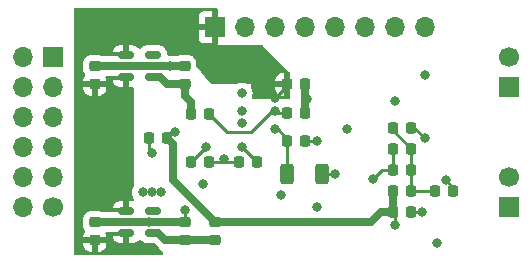
<source format=gbr>
%TF.GenerationSoftware,KiCad,Pcbnew,(6.0.0)*%
%TF.CreationDate,2022-01-10T21:54:34-05:00*%
%TF.ProjectId,ad74111_module,61643734-3131-4315-9f6d-6f64756c652e,rev?*%
%TF.SameCoordinates,Original*%
%TF.FileFunction,Copper,L4,Bot*%
%TF.FilePolarity,Positive*%
%FSLAX46Y46*%
G04 Gerber Fmt 4.6, Leading zero omitted, Abs format (unit mm)*
G04 Created by KiCad (PCBNEW (6.0.0)) date 2022-01-10 21:54:34*
%MOMM*%
%LPD*%
G01*
G04 APERTURE LIST*
G04 Aperture macros list*
%AMRoundRect*
0 Rectangle with rounded corners*
0 $1 Rounding radius*
0 $2 $3 $4 $5 $6 $7 $8 $9 X,Y pos of 4 corners*
0 Add a 4 corners polygon primitive as box body*
4,1,4,$2,$3,$4,$5,$6,$7,$8,$9,$2,$3,0*
0 Add four circle primitives for the rounded corners*
1,1,$1+$1,$2,$3*
1,1,$1+$1,$4,$5*
1,1,$1+$1,$6,$7*
1,1,$1+$1,$8,$9*
0 Add four rect primitives between the rounded corners*
20,1,$1+$1,$2,$3,$4,$5,0*
20,1,$1+$1,$4,$5,$6,$7,0*
20,1,$1+$1,$6,$7,$8,$9,0*
20,1,$1+$1,$8,$9,$2,$3,0*%
G04 Aperture macros list end*
%TA.AperFunction,ComponentPad*%
%ADD10R,1.700000X1.700000*%
%TD*%
%TA.AperFunction,ComponentPad*%
%ADD11O,1.700000X1.700000*%
%TD*%
%TA.AperFunction,ComponentPad*%
%ADD12C,1.700000*%
%TD*%
%TA.AperFunction,SMDPad,CuDef*%
%ADD13RoundRect,0.225000X0.250000X-0.225000X0.250000X0.225000X-0.250000X0.225000X-0.250000X-0.225000X0*%
%TD*%
%TA.AperFunction,SMDPad,CuDef*%
%ADD14RoundRect,0.225000X-0.225000X-0.250000X0.225000X-0.250000X0.225000X0.250000X-0.225000X0.250000X0*%
%TD*%
%TA.AperFunction,SMDPad,CuDef*%
%ADD15RoundRect,0.150000X-0.512500X-0.150000X0.512500X-0.150000X0.512500X0.150000X-0.512500X0.150000X0*%
%TD*%
%TA.AperFunction,SMDPad,CuDef*%
%ADD16RoundRect,0.225000X0.225000X0.250000X-0.225000X0.250000X-0.225000X-0.250000X0.225000X-0.250000X0*%
%TD*%
%TA.AperFunction,SMDPad,CuDef*%
%ADD17RoundRect,0.250000X-0.312500X-0.625000X0.312500X-0.625000X0.312500X0.625000X-0.312500X0.625000X0*%
%TD*%
%TA.AperFunction,SMDPad,CuDef*%
%ADD18RoundRect,0.225000X-0.250000X0.225000X-0.250000X-0.225000X0.250000X-0.225000X0.250000X0.225000X0*%
%TD*%
%TA.AperFunction,ViaPad*%
%ADD19C,0.800000*%
%TD*%
%TA.AperFunction,Conductor*%
%ADD20C,0.250000*%
%TD*%
%TA.AperFunction,Conductor*%
%ADD21C,0.254000*%
%TD*%
%TA.AperFunction,Conductor*%
%ADD22C,0.635000*%
%TD*%
G04 APERTURE END LIST*
D10*
%TO.P,P4,1,Pin_1*%
%TO.N,+3V3*%
X117602000Y-43942000D03*
D11*
%TO.P,P4,2,Pin_2*%
%TO.N,/mclk*%
X120142000Y-43942000D03*
%TO.P,P4,3,Pin_3*%
%TO.N,/dclk*%
X122682000Y-43942000D03*
%TO.P,P4,4,Pin_4*%
%TO.N,/din*%
X125222000Y-43942000D03*
%TO.P,P4,5,Pin_5*%
%TO.N,/dfs*%
X127762000Y-43942000D03*
%TO.P,P4,6,Pin_6*%
%TO.N,/dout*%
X130302000Y-43942000D03*
%TO.P,P4,7,Pin_7*%
%TO.N,/~{reset}*%
X132842000Y-43942000D03*
%TO.P,P4,8,Pin_8*%
%TO.N,GNDD*%
X135382000Y-43942000D03*
%TD*%
D10*
%TO.P,P2,1,Pin_1*%
%TO.N,Net-(P2-Pad1)*%
X103886000Y-46482000D03*
D11*
%TO.P,P2,2,Pin_2*%
%TO.N,Net-(P2-Pad2)*%
X103886000Y-49022000D03*
%TO.P,P2,3,Pin_3*%
%TO.N,Net-(P2-Pad3)*%
X103886000Y-51562000D03*
%TO.P,P2,4,Pin_4*%
%TO.N,Net-(P2-Pad4)*%
X103886000Y-54102000D03*
%TO.P,P2,5,Pin_5*%
%TO.N,GNDD*%
X103886000Y-56642000D03*
D12*
%TO.P,P2,6,Pin_6*%
%TO.N,/3v3_in*%
X103886000Y-59182000D03*
D11*
%TO.P,P2,7,Pin_7*%
%TO.N,Net-(P2-Pad7)*%
X101346000Y-46482000D03*
%TO.P,P2,8,Pin_8*%
%TO.N,unconnected-(P2-Pad8)*%
X101346000Y-49022000D03*
%TO.P,P2,9,Pin_9*%
%TO.N,unconnected-(P2-Pad9)*%
X101346000Y-51562000D03*
%TO.P,P2,10,Pin_10*%
%TO.N,Net-(P2-Pad10)*%
X101346000Y-54102000D03*
%TO.P,P2,11,Pin_11*%
%TO.N,GNDD*%
X101346000Y-56642000D03*
%TO.P,P2,12,Pin_12*%
%TO.N,/3v3_in*%
X101346000Y-59182000D03*
%TD*%
D10*
%TO.P,P1,1,Pin_1*%
%TO.N,/audio_in*%
X142494000Y-49022000D03*
D12*
%TO.P,P1,2,Pin_2*%
%TO.N,GNDA*%
X142494000Y-46482000D03*
%TD*%
D10*
%TO.P,P3,1,Pin_1*%
%TO.N,/audio_out*%
X142494000Y-59182000D03*
D12*
%TO.P,P3,2,Pin_2*%
%TO.N,GNDA*%
X142494000Y-56642000D03*
%TD*%
D13*
%TO.P,C11,1*%
%TO.N,Net-(C11-Pad1)*%
X115062000Y-48781000D03*
%TO.P,C11,2*%
%TO.N,GNDD*%
X115062000Y-47231000D03*
%TD*%
D14*
%TO.P,C12,1*%
%TO.N,+3V3*%
X123685000Y-48768000D03*
%TO.P,C12,2*%
%TO.N,GNDD*%
X125235000Y-48768000D03*
%TD*%
D15*
%TO.P,U2,1,IN*%
%TO.N,+3V3*%
X110114500Y-48194000D03*
%TO.P,U2,2,GND*%
%TO.N,GNDD*%
X110114500Y-47244000D03*
%TO.P,U2,3,EN*%
%TO.N,+3V3*%
X110114500Y-46294000D03*
%TO.P,U2,4,NC*%
%TO.N,unconnected-(U2-Pad4)*%
X112389500Y-46294000D03*
%TO.P,U2,5,OUT*%
%TO.N,Net-(C11-Pad1)*%
X112389500Y-48194000D03*
%TD*%
D14*
%TO.P,R16,1*%
%TO.N,/vbias*%
X136258000Y-57785000D03*
%TO.P,R16,2*%
%TO.N,GNDA*%
X137808000Y-57785000D03*
%TD*%
D16*
%TO.P,FB3,1*%
%TO.N,+2V5*%
X117107000Y-51308000D03*
%TO.P,FB3,2*%
%TO.N,Net-(C11-Pad1)*%
X115557000Y-51308000D03*
%TD*%
%TO.P,C14,1*%
%TO.N,/vbias*%
X134252000Y-56007000D03*
%TO.P,C14,2*%
%TO.N,GNDA*%
X132702000Y-56007000D03*
%TD*%
D14*
%TO.P,R15,1*%
%TO.N,VAA*%
X132702000Y-57785000D03*
%TO.P,R15,2*%
%TO.N,/vbias*%
X134252000Y-57785000D03*
%TD*%
D16*
%TO.P,C9,1*%
%TO.N,Net-(C9-Pad1)*%
X121171000Y-55372000D03*
%TO.P,C9,2*%
%TO.N,GNDA*%
X119621000Y-55372000D03*
%TD*%
D15*
%TO.P,U4,1,IN*%
%TO.N,+3V3*%
X110114500Y-61402000D03*
%TO.P,U4,2,GND*%
%TO.N,GNDA*%
X110114500Y-60452000D03*
%TO.P,U4,3,EN*%
%TO.N,+3V3*%
X110114500Y-59502000D03*
%TO.P,U4,4,NC*%
%TO.N,unconnected-(U4-Pad4)*%
X112389500Y-59502000D03*
%TO.P,U4,5,OUT*%
%TO.N,Net-(C19-Pad1)*%
X112389500Y-61402000D03*
%TD*%
D16*
%TO.P,C10,1*%
%TO.N,VAA*%
X113551000Y-53340000D03*
%TO.P,C10,2*%
%TO.N,GNDA*%
X112001000Y-53340000D03*
%TD*%
%TO.P,C18,1*%
%TO.N,/vbias*%
X134252000Y-54229000D03*
%TO.P,C18,2*%
%TO.N,GNDA*%
X132702000Y-54229000D03*
%TD*%
D13*
%TO.P,C15,1*%
%TO.N,+3V3*%
X107442000Y-61989000D03*
%TO.P,C15,2*%
%TO.N,GNDA*%
X107442000Y-60439000D03*
%TD*%
D17*
%TO.P,C17,1*%
%TO.N,Net-(C13-Pad1)*%
X123759500Y-56388000D03*
%TO.P,C17,2*%
%TO.N,GNDA*%
X126684500Y-56388000D03*
%TD*%
D13*
%TO.P,C8,1*%
%TO.N,+3V3*%
X107442000Y-48781000D03*
%TO.P,C8,2*%
%TO.N,GNDD*%
X107442000Y-47231000D03*
%TD*%
D14*
%TO.P,C7,1*%
%TO.N,Net-(C7-Pad1)*%
X115557000Y-55372000D03*
%TO.P,C7,2*%
%TO.N,GNDA*%
X117107000Y-55372000D03*
%TD*%
%TO.P,R4,1*%
%TO.N,/vbias*%
X132702000Y-52451000D03*
%TO.P,R4,2*%
%TO.N,Net-(C1-Pad2)*%
X134252000Y-52451000D03*
%TD*%
%TO.P,C20,1*%
%TO.N,VAA*%
X132702000Y-59563000D03*
%TO.P,C20,2*%
%TO.N,GNDA*%
X134252000Y-59563000D03*
%TD*%
%TO.P,C13,1*%
%TO.N,Net-(C13-Pad1)*%
X123685000Y-53594000D03*
%TO.P,C13,2*%
%TO.N,GNDA*%
X125235000Y-53594000D03*
%TD*%
D13*
%TO.P,C19,1*%
%TO.N,Net-(C19-Pad1)*%
X115062000Y-61989000D03*
%TO.P,C19,2*%
%TO.N,GNDA*%
X115062000Y-60439000D03*
%TD*%
D14*
%TO.P,C16,1*%
%TO.N,+2V5*%
X123685000Y-51181000D03*
%TO.P,C16,2*%
%TO.N,GNDD*%
X125235000Y-51181000D03*
%TD*%
D18*
%TO.P,FB4,1*%
%TO.N,VAA*%
X117602000Y-60439000D03*
%TO.P,FB4,2*%
%TO.N,Net-(C19-Pad1)*%
X117602000Y-61989000D03*
%TD*%
D19*
%TO.N,Net-(C1-Pad2)*%
X135369000Y-53353000D03*
%TO.N,GNDA*%
X130978811Y-56754378D03*
X128778000Y-52578000D03*
X136398000Y-62230000D03*
X119888000Y-52070000D03*
X137160000Y-56896000D03*
X112268000Y-57912000D03*
X127762000Y-56388000D03*
X135382000Y-48006000D03*
X118364000Y-55118000D03*
X112272299Y-54614299D03*
X112014000Y-60452000D03*
X123190000Y-58166000D03*
X115062000Y-59436000D03*
X132842000Y-50165000D03*
X116586000Y-57208500D03*
X111506000Y-57912000D03*
X126238000Y-53594000D03*
X135128000Y-59563000D03*
X126238000Y-59182000D03*
X113030000Y-57912000D03*
%TO.N,Net-(C7-Pad1)*%
X116840000Y-54102000D03*
%TO.N,Net-(C9-Pad1)*%
X119888000Y-54102000D03*
%TO.N,VAA*%
X114226619Y-52798822D03*
X132846299Y-60701701D03*
%TO.N,+3V3*%
X122682000Y-49911000D03*
X110490000Y-62738000D03*
X111252000Y-62738000D03*
X112014000Y-62738000D03*
%TO.N,GNDD*%
X119888000Y-51054000D03*
X125429500Y-50038000D03*
X113792000Y-47244000D03*
%TO.N,+2V5*%
X122682000Y-51054000D03*
%TO.N,Net-(C13-Pad1)*%
X122682000Y-52578000D03*
%TO.N,/mclk*%
X119900294Y-49542294D03*
%TD*%
D20*
%TO.N,Net-(C1-Pad2)*%
X135369000Y-53327000D02*
X135369000Y-53353000D01*
X134493000Y-52451000D02*
X135369000Y-53327000D01*
D21*
%TO.N,GNDA*%
X112001000Y-54343000D02*
X112001000Y-53340000D01*
X118364000Y-55372000D02*
X117107000Y-55372000D01*
X115062000Y-60439000D02*
X115062000Y-59436000D01*
X119621000Y-55372000D02*
X118364000Y-55372000D01*
D20*
X137808000Y-57544000D02*
X137160000Y-56896000D01*
X127762000Y-56388000D02*
X126684500Y-56388000D01*
X110114500Y-60452000D02*
X112014000Y-60452000D01*
D22*
X112014000Y-60452000D02*
X115048995Y-60452000D01*
D20*
X134252000Y-59563000D02*
X135128000Y-59563000D01*
X132702000Y-56007000D02*
X131726189Y-56007000D01*
D21*
X112272299Y-54614299D02*
X112001000Y-54343000D01*
D20*
X126238000Y-53594000D02*
X125489000Y-53594000D01*
D21*
X118364000Y-55372000D02*
X118364000Y-55118000D01*
D22*
X112014000Y-60452000D02*
X107455005Y-60452000D01*
D20*
X132702000Y-54229000D02*
X132702000Y-56007000D01*
X131726189Y-56007000D02*
X130978811Y-56754378D01*
D21*
%TO.N,Net-(C7-Pad1)*%
X116827000Y-54102000D02*
X115557000Y-55372000D01*
X116840000Y-54102000D02*
X116827000Y-54102000D01*
%TO.N,Net-(C9-Pad1)*%
X119901000Y-54102000D02*
X121171000Y-55372000D01*
X119888000Y-54102000D02*
X119901000Y-54102000D01*
%TO.N,VAA*%
X132846299Y-60701701D02*
X132846299Y-59707299D01*
D22*
X132702000Y-59563000D02*
X131699000Y-59563000D01*
X114059000Y-56896000D02*
X114046000Y-56896000D01*
X117602000Y-60439000D02*
X114059000Y-56896000D01*
X114046000Y-53835000D02*
X113551000Y-53340000D01*
X130810000Y-60452000D02*
X130797000Y-60439000D01*
X132702000Y-59563000D02*
X132702000Y-57785000D01*
X131699000Y-59563000D02*
X130810000Y-60452000D01*
X114046000Y-56896000D02*
X114046000Y-53835000D01*
X130797000Y-60439000D02*
X117602000Y-60439000D01*
D21*
X114226619Y-52798822D02*
X114092178Y-52798822D01*
X114092178Y-52798822D02*
X113551000Y-53340000D01*
D20*
%TO.N,+3V3*%
X122682000Y-49911000D02*
X123685000Y-48908000D01*
D22*
%TO.N,GNDD*%
X110114500Y-47244000D02*
X107455000Y-47244000D01*
D21*
X113792000Y-47244000D02*
X115049000Y-47244000D01*
D22*
X125235000Y-50232500D02*
X125429500Y-50038000D01*
X110114500Y-47244000D02*
X115049000Y-47244000D01*
X125235000Y-48768000D02*
X125235000Y-51181000D01*
%TO.N,Net-(C11-Pad1)*%
X113551000Y-48781000D02*
X115062000Y-48781000D01*
X112964000Y-48194000D02*
X113551000Y-48781000D01*
X112389500Y-48194000D02*
X112964000Y-48194000D01*
X115062000Y-49784000D02*
X115062000Y-48781000D01*
X115557000Y-51308000D02*
X115557000Y-50279000D01*
X115557000Y-50279000D02*
X115062000Y-49784000D01*
D20*
%TO.N,+2V5*%
X122428000Y-51054000D02*
X120650000Y-52832000D01*
X118631000Y-52832000D02*
X117107000Y-51308000D01*
X120650000Y-52832000D02*
X118631000Y-52832000D01*
X122809000Y-51181000D02*
X123685000Y-51181000D01*
X122682000Y-51054000D02*
X122428000Y-51054000D01*
X122682000Y-51054000D02*
X122809000Y-51181000D01*
%TO.N,Net-(C13-Pad1)*%
X123759500Y-53414500D02*
X123759500Y-55626000D01*
X122682000Y-52578000D02*
X122923000Y-52578000D01*
X122923000Y-52578000D02*
X123759500Y-53414500D01*
D22*
%TO.N,Net-(C19-Pad1)*%
X112837011Y-61402011D02*
X112710011Y-61402011D01*
X113424005Y-61989005D02*
X112837011Y-61402011D01*
X117601995Y-61989005D02*
X113424005Y-61989005D01*
D20*
%TO.N,/vbias*%
X132702000Y-52679000D02*
X134252000Y-54229000D01*
X134252000Y-54229000D02*
X134252000Y-56007000D01*
X134252000Y-56007000D02*
X134252000Y-57785000D01*
X136258000Y-57785000D02*
X134252000Y-57785000D01*
%TD*%
%TA.AperFunction,Conductor*%
%TO.N,+3V3*%
G36*
X117798121Y-42311002D02*
G01*
X117844614Y-42364658D01*
X117856000Y-42417000D01*
X117856000Y-45466000D01*
X121613810Y-45466000D01*
X121681931Y-45486002D01*
X121702905Y-45502905D01*
X123902095Y-47702095D01*
X123936121Y-47764407D01*
X123939000Y-47791190D01*
X123939000Y-49732885D01*
X123946896Y-49759776D01*
X123952000Y-49795274D01*
X123952000Y-49912000D01*
X123931998Y-49980121D01*
X123878342Y-50026614D01*
X123826000Y-50038000D01*
X120867906Y-50038000D01*
X120799785Y-50017998D01*
X120753292Y-49964342D01*
X120743188Y-49894068D01*
X120748071Y-49873070D01*
X120793836Y-49732222D01*
X120796868Y-49703380D01*
X120813108Y-49548859D01*
X120813798Y-49542294D01*
X120806155Y-49469574D01*
X120794526Y-49358929D01*
X120794526Y-49358927D01*
X120793836Y-49352366D01*
X120734821Y-49170738D01*
X120729884Y-49162186D01*
X120672871Y-49063438D01*
X122727000Y-49063438D01*
X122727337Y-49069953D01*
X122736894Y-49162057D01*
X122739788Y-49175456D01*
X122789381Y-49324107D01*
X122795555Y-49337286D01*
X122877788Y-49470173D01*
X122886824Y-49481574D01*
X122997429Y-49591986D01*
X123008840Y-49600998D01*
X123141880Y-49683004D01*
X123155061Y-49689151D01*
X123303814Y-49738491D01*
X123317190Y-49741358D01*
X123408097Y-49750672D01*
X123413126Y-49750929D01*
X123428124Y-49746525D01*
X123429329Y-49745135D01*
X123431000Y-49737452D01*
X123431000Y-49040115D01*
X123426525Y-49024876D01*
X123425135Y-49023671D01*
X123417452Y-49022000D01*
X122745115Y-49022000D01*
X122729876Y-49026475D01*
X122728671Y-49027865D01*
X122727000Y-49035548D01*
X122727000Y-49063438D01*
X120672871Y-49063438D01*
X120669704Y-49057953D01*
X120666881Y-49053062D01*
X120650000Y-48990063D01*
X120650000Y-48768000D01*
X120418567Y-48768000D01*
X120357784Y-48751712D01*
X120357046Y-48751176D01*
X120351017Y-48748492D01*
X120351014Y-48748490D01*
X120188613Y-48676185D01*
X120188612Y-48676185D01*
X120182582Y-48673500D01*
X120089182Y-48653647D01*
X120002238Y-48635166D01*
X120002233Y-48635166D01*
X119995781Y-48633794D01*
X119804807Y-48633794D01*
X119798355Y-48635166D01*
X119798350Y-48635166D01*
X119711406Y-48653647D01*
X119618006Y-48673500D01*
X119611976Y-48676185D01*
X119611975Y-48676185D01*
X119449574Y-48748490D01*
X119449571Y-48748492D01*
X119443542Y-48751176D01*
X119442804Y-48751712D01*
X119382021Y-48768000D01*
X117405952Y-48768000D01*
X117337831Y-48747998D01*
X117310286Y-48724000D01*
X117114759Y-48495885D01*
X122727000Y-48495885D01*
X122731475Y-48511124D01*
X122732865Y-48512329D01*
X122740548Y-48514000D01*
X123412885Y-48514000D01*
X123428124Y-48509525D01*
X123429329Y-48508135D01*
X123431000Y-48500452D01*
X123431000Y-47803115D01*
X123426525Y-47787876D01*
X123425135Y-47786671D01*
X123417452Y-47785000D01*
X123414562Y-47785000D01*
X123408047Y-47785337D01*
X123315943Y-47794894D01*
X123302544Y-47797788D01*
X123153893Y-47847381D01*
X123140714Y-47853555D01*
X123007827Y-47935788D01*
X122996426Y-47944824D01*
X122886014Y-48055429D01*
X122877002Y-48066840D01*
X122794996Y-48199880D01*
X122788849Y-48213061D01*
X122739509Y-48361814D01*
X122736642Y-48375190D01*
X122727328Y-48466097D01*
X122727000Y-48472514D01*
X122727000Y-48495885D01*
X117114759Y-48495885D01*
X116812850Y-48143658D01*
X116075833Y-47283806D01*
X116046688Y-47219068D01*
X116045500Y-47201807D01*
X116045500Y-46957268D01*
X116034887Y-46854981D01*
X116023304Y-46820263D01*
X115983073Y-46699676D01*
X115983072Y-46699674D01*
X115980756Y-46692732D01*
X115890752Y-46547287D01*
X115769702Y-46426448D01*
X115738325Y-46407107D01*
X115630331Y-46340538D01*
X115630329Y-46340537D01*
X115624101Y-46336698D01*
X115461757Y-46282851D01*
X115454920Y-46282151D01*
X115454918Y-46282150D01*
X115413599Y-46277917D01*
X115360732Y-46272500D01*
X114763268Y-46272500D01*
X114760022Y-46272837D01*
X114760018Y-46272837D01*
X114725917Y-46276375D01*
X114660981Y-46283113D01*
X114654440Y-46285295D01*
X114654441Y-46285295D01*
X114505676Y-46334927D01*
X114505674Y-46334928D01*
X114498732Y-46337244D01*
X114492508Y-46341096D01*
X114492507Y-46341096D01*
X114398703Y-46399144D01*
X114332400Y-46418000D01*
X114197188Y-46418000D01*
X114145939Y-46407107D01*
X114080319Y-46377891D01*
X114080318Y-46377891D01*
X114074288Y-46375206D01*
X113980887Y-46355353D01*
X113893944Y-46336872D01*
X113893939Y-46336872D01*
X113887487Y-46335500D01*
X113696513Y-46335500D01*
X113696513Y-46335283D01*
X113629839Y-46323094D01*
X113577989Y-46274595D01*
X113560500Y-46210553D01*
X113560500Y-46077498D01*
X113557562Y-46040169D01*
X113528528Y-45940231D01*
X113513357Y-45888012D01*
X113513356Y-45888010D01*
X113511145Y-45880399D01*
X113434515Y-45750825D01*
X113430491Y-45744020D01*
X113430489Y-45744017D01*
X113426453Y-45737193D01*
X113308807Y-45619547D01*
X113301983Y-45615511D01*
X113301980Y-45615509D01*
X113172427Y-45538892D01*
X113172428Y-45538892D01*
X113165601Y-45534855D01*
X113157990Y-45532644D01*
X113157988Y-45532643D01*
X113105769Y-45517472D01*
X113005831Y-45488438D01*
X112999426Y-45487934D01*
X112999421Y-45487933D01*
X112970958Y-45485693D01*
X112970950Y-45485693D01*
X112968502Y-45485500D01*
X111810498Y-45485500D01*
X111808050Y-45485693D01*
X111808042Y-45485693D01*
X111779579Y-45487933D01*
X111779574Y-45487934D01*
X111773169Y-45488438D01*
X111673231Y-45517472D01*
X111621012Y-45532643D01*
X111621010Y-45532644D01*
X111613399Y-45534855D01*
X111606572Y-45538892D01*
X111606573Y-45538892D01*
X111477020Y-45615509D01*
X111477017Y-45615511D01*
X111470193Y-45619547D01*
X111352547Y-45737193D01*
X111350107Y-45741319D01*
X111293680Y-45782066D01*
X111222788Y-45785914D01*
X111161069Y-45750825D01*
X111152123Y-45740500D01*
X111145448Y-45731895D01*
X111039104Y-45625551D01*
X111026678Y-45615911D01*
X110897221Y-45539352D01*
X110882790Y-45533107D01*
X110736935Y-45490731D01*
X110724333Y-45488430D01*
X110695916Y-45486193D01*
X110690986Y-45486000D01*
X110386615Y-45486000D01*
X110371376Y-45490475D01*
X110370171Y-45491865D01*
X110368500Y-45499548D01*
X110368500Y-46292000D01*
X110348498Y-46360121D01*
X110294842Y-46406614D01*
X110242500Y-46418000D01*
X108171711Y-46418000D01*
X108105595Y-46399260D01*
X108010331Y-46340538D01*
X108010329Y-46340537D01*
X108004101Y-46336698D01*
X107841757Y-46282851D01*
X107834920Y-46282151D01*
X107834918Y-46282150D01*
X107793599Y-46277917D01*
X107740732Y-46272500D01*
X107143268Y-46272500D01*
X107140022Y-46272837D01*
X107140018Y-46272837D01*
X107105917Y-46276375D01*
X107040981Y-46283113D01*
X107034440Y-46285295D01*
X107034441Y-46285295D01*
X106885676Y-46334927D01*
X106885674Y-46334928D01*
X106878732Y-46337244D01*
X106872508Y-46341096D01*
X106872507Y-46341096D01*
X106748232Y-46418000D01*
X106733287Y-46427248D01*
X106612448Y-46548298D01*
X106608608Y-46554528D01*
X106608607Y-46554529D01*
X106527255Y-46686507D01*
X106522698Y-46693899D01*
X106468851Y-46856243D01*
X106458500Y-46957268D01*
X106458500Y-47504732D01*
X106469113Y-47607019D01*
X106523244Y-47769268D01*
X106613248Y-47914713D01*
X106618430Y-47919886D01*
X106622977Y-47925623D01*
X106621170Y-47927055D01*
X106649902Y-47979575D01*
X106644892Y-48050395D01*
X106621501Y-48086853D01*
X106622552Y-48087683D01*
X106609002Y-48104840D01*
X106526996Y-48237880D01*
X106520849Y-48251061D01*
X106471509Y-48399814D01*
X106468642Y-48413190D01*
X106459328Y-48504097D01*
X106459071Y-48509126D01*
X106463475Y-48524124D01*
X106464865Y-48525329D01*
X106472548Y-48527000D01*
X108406885Y-48527000D01*
X108422124Y-48522525D01*
X108423329Y-48521135D01*
X108425000Y-48513452D01*
X108425000Y-48510562D01*
X108424663Y-48504047D01*
X108420079Y-48459871D01*
X108950456Y-48459871D01*
X108991107Y-48599790D01*
X108997352Y-48614221D01*
X109073911Y-48743678D01*
X109083551Y-48756104D01*
X109189896Y-48862449D01*
X109202322Y-48872089D01*
X109331779Y-48948648D01*
X109346210Y-48954893D01*
X109492065Y-48997269D01*
X109504667Y-48999570D01*
X109533084Y-49001807D01*
X109538014Y-49002000D01*
X109842385Y-49002000D01*
X109857624Y-48997525D01*
X109858829Y-48996135D01*
X109860500Y-48988452D01*
X109860500Y-48466115D01*
X109856025Y-48450876D01*
X109854635Y-48449671D01*
X109846952Y-48448000D01*
X108965122Y-48448000D01*
X108951591Y-48451973D01*
X108950456Y-48459871D01*
X108420079Y-48459871D01*
X108415106Y-48411943D01*
X108412212Y-48398544D01*
X108362619Y-48249894D01*
X108362415Y-48249458D01*
X108362365Y-48249131D01*
X108360301Y-48242945D01*
X108361359Y-48242592D01*
X108351627Y-48179285D01*
X108380488Y-48114420D01*
X108439837Y-48075456D01*
X108476513Y-48070000D01*
X110242500Y-48070000D01*
X110310621Y-48090002D01*
X110357114Y-48143658D01*
X110368500Y-48196000D01*
X110368500Y-48983884D01*
X110372975Y-48999123D01*
X110374365Y-49000328D01*
X110382048Y-49001999D01*
X110618000Y-49001999D01*
X110686121Y-49022001D01*
X110732614Y-49075657D01*
X110744000Y-49127999D01*
X110744000Y-57381063D01*
X110727119Y-57444062D01*
X110671473Y-57540444D01*
X110612458Y-57722072D01*
X110611768Y-57728633D01*
X110611768Y-57728635D01*
X110608416Y-57760526D01*
X110592496Y-57912000D01*
X110612458Y-58101928D01*
X110671473Y-58283556D01*
X110674776Y-58289278D01*
X110674777Y-58289279D01*
X110727119Y-58379937D01*
X110744000Y-58442937D01*
X110744000Y-58568000D01*
X110723998Y-58636121D01*
X110670342Y-58682614D01*
X110618000Y-58694000D01*
X110386615Y-58694000D01*
X110371376Y-58698475D01*
X110370171Y-58699865D01*
X110368500Y-58707548D01*
X110368500Y-59500000D01*
X110348498Y-59568121D01*
X110294842Y-59614614D01*
X110242500Y-59626000D01*
X108171711Y-59626000D01*
X108105595Y-59607260D01*
X108010331Y-59548538D01*
X108010329Y-59548537D01*
X108004101Y-59544698D01*
X107841757Y-59490851D01*
X107834920Y-59490151D01*
X107834918Y-59490150D01*
X107793599Y-59485917D01*
X107740732Y-59480500D01*
X107143268Y-59480500D01*
X107140022Y-59480837D01*
X107140018Y-59480837D01*
X107105917Y-59484375D01*
X107040981Y-59491113D01*
X107034440Y-59493295D01*
X107034441Y-59493295D01*
X106885676Y-59542927D01*
X106885674Y-59542928D01*
X106878732Y-59545244D01*
X106733287Y-59635248D01*
X106612448Y-59756298D01*
X106522698Y-59901899D01*
X106468851Y-60064243D01*
X106458500Y-60165268D01*
X106458500Y-60712732D01*
X106469113Y-60815019D01*
X106523244Y-60977268D01*
X106527096Y-60983492D01*
X106527096Y-60983493D01*
X106609394Y-61116485D01*
X106613248Y-61122713D01*
X106618430Y-61127886D01*
X106622977Y-61133623D01*
X106621170Y-61135055D01*
X106649902Y-61187575D01*
X106644892Y-61258395D01*
X106621501Y-61294853D01*
X106622552Y-61295683D01*
X106609002Y-61312840D01*
X106526996Y-61445880D01*
X106520849Y-61459061D01*
X106471509Y-61607814D01*
X106468642Y-61621190D01*
X106459328Y-61712097D01*
X106459071Y-61717126D01*
X106463475Y-61732124D01*
X106464865Y-61733329D01*
X106472548Y-61735000D01*
X108406885Y-61735000D01*
X108422124Y-61730525D01*
X108423329Y-61729135D01*
X108425000Y-61721452D01*
X108425000Y-61718562D01*
X108424663Y-61712047D01*
X108420079Y-61667871D01*
X108950456Y-61667871D01*
X108991107Y-61807790D01*
X108997352Y-61822221D01*
X109073911Y-61951678D01*
X109083551Y-61964104D01*
X109189896Y-62070449D01*
X109202322Y-62080089D01*
X109331779Y-62156648D01*
X109346210Y-62162893D01*
X109492065Y-62205269D01*
X109504667Y-62207570D01*
X109533084Y-62209807D01*
X109538014Y-62210000D01*
X109842385Y-62210000D01*
X109857624Y-62205525D01*
X109858829Y-62204135D01*
X109860500Y-62196452D01*
X109860500Y-61674115D01*
X109856025Y-61658876D01*
X109854635Y-61657671D01*
X109846952Y-61656000D01*
X108965122Y-61656000D01*
X108951591Y-61659973D01*
X108950456Y-61667871D01*
X108420079Y-61667871D01*
X108415106Y-61619943D01*
X108412212Y-61606544D01*
X108362619Y-61457894D01*
X108362415Y-61457458D01*
X108362365Y-61457131D01*
X108360301Y-61450945D01*
X108361359Y-61450592D01*
X108351627Y-61387285D01*
X108380488Y-61322420D01*
X108439837Y-61283456D01*
X108476513Y-61278000D01*
X110242500Y-61278000D01*
X110310621Y-61298002D01*
X110357114Y-61351658D01*
X110368500Y-61404000D01*
X110368500Y-62191884D01*
X110372975Y-62207123D01*
X110374365Y-62208328D01*
X110382048Y-62209999D01*
X110690984Y-62209999D01*
X110695920Y-62209805D01*
X110724336Y-62207570D01*
X110736931Y-62205270D01*
X110882790Y-62162893D01*
X110897221Y-62156648D01*
X111026678Y-62080089D01*
X111039104Y-62070449D01*
X111096648Y-62012905D01*
X111158960Y-61978879D01*
X111185743Y-61976000D01*
X111317550Y-61976000D01*
X111385671Y-61996002D01*
X111406645Y-62012905D01*
X111470193Y-62076453D01*
X111477017Y-62080489D01*
X111477020Y-62080491D01*
X111584589Y-62144107D01*
X111613399Y-62161145D01*
X111621010Y-62163356D01*
X111621012Y-62163357D01*
X111673231Y-62178528D01*
X111773169Y-62207562D01*
X111779574Y-62208066D01*
X111779579Y-62208067D01*
X111808042Y-62210307D01*
X111808050Y-62210307D01*
X111810498Y-62210500D01*
X112425168Y-62210500D01*
X112493289Y-62230502D01*
X112514263Y-62247404D01*
X112811626Y-62544766D01*
X112818769Y-62552534D01*
X112846614Y-62585485D01*
X112846617Y-62585488D01*
X112851020Y-62590698D01*
X112856442Y-62594844D01*
X112858250Y-62596565D01*
X112872158Y-62612211D01*
X113196300Y-63044400D01*
X113221171Y-63110898D01*
X113206142Y-63180285D01*
X113155985Y-63230533D01*
X113095500Y-63246000D01*
X105790000Y-63246000D01*
X105721879Y-63225998D01*
X105675386Y-63172342D01*
X105664000Y-63120000D01*
X105664000Y-62259438D01*
X106459000Y-62259438D01*
X106459337Y-62265953D01*
X106468894Y-62358057D01*
X106471788Y-62371456D01*
X106521381Y-62520107D01*
X106527555Y-62533286D01*
X106609788Y-62666173D01*
X106618824Y-62677574D01*
X106729429Y-62787986D01*
X106740840Y-62796998D01*
X106873880Y-62879004D01*
X106887061Y-62885151D01*
X107035814Y-62934491D01*
X107049190Y-62937358D01*
X107140097Y-62946672D01*
X107146513Y-62947000D01*
X107169885Y-62947000D01*
X107185124Y-62942525D01*
X107186329Y-62941135D01*
X107188000Y-62933452D01*
X107188000Y-62928885D01*
X107696000Y-62928885D01*
X107700475Y-62944124D01*
X107701865Y-62945329D01*
X107709548Y-62947000D01*
X107737438Y-62947000D01*
X107743953Y-62946663D01*
X107836057Y-62937106D01*
X107849456Y-62934212D01*
X107998107Y-62884619D01*
X108011286Y-62878445D01*
X108144173Y-62796212D01*
X108155574Y-62787176D01*
X108265986Y-62676571D01*
X108274998Y-62665160D01*
X108357004Y-62532120D01*
X108363151Y-62518939D01*
X108412491Y-62370186D01*
X108415358Y-62356810D01*
X108424672Y-62265903D01*
X108424929Y-62260874D01*
X108420525Y-62245876D01*
X108419135Y-62244671D01*
X108411452Y-62243000D01*
X107714115Y-62243000D01*
X107698876Y-62247475D01*
X107697671Y-62248865D01*
X107696000Y-62256548D01*
X107696000Y-62928885D01*
X107188000Y-62928885D01*
X107188000Y-62261115D01*
X107183525Y-62245876D01*
X107182135Y-62244671D01*
X107174452Y-62243000D01*
X106477115Y-62243000D01*
X106461876Y-62247475D01*
X106460671Y-62248865D01*
X106459000Y-62256548D01*
X106459000Y-62259438D01*
X105664000Y-62259438D01*
X105664000Y-59230605D01*
X108952061Y-59230605D01*
X108952101Y-59244706D01*
X108959370Y-59248000D01*
X109842385Y-59248000D01*
X109857624Y-59243525D01*
X109858829Y-59242135D01*
X109860500Y-59234452D01*
X109860500Y-58712116D01*
X109856025Y-58696877D01*
X109854635Y-58695672D01*
X109846952Y-58694001D01*
X109538017Y-58694001D01*
X109533080Y-58694195D01*
X109504664Y-58696430D01*
X109492069Y-58698730D01*
X109346210Y-58741107D01*
X109331779Y-58747352D01*
X109202322Y-58823911D01*
X109189896Y-58833551D01*
X109083551Y-58939896D01*
X109073911Y-58952322D01*
X108997352Y-59081779D01*
X108991107Y-59096210D01*
X108952061Y-59230605D01*
X105664000Y-59230605D01*
X105664000Y-49051438D01*
X106459000Y-49051438D01*
X106459337Y-49057953D01*
X106468894Y-49150057D01*
X106471788Y-49163456D01*
X106521381Y-49312107D01*
X106527555Y-49325286D01*
X106609788Y-49458173D01*
X106618824Y-49469574D01*
X106729429Y-49579986D01*
X106740840Y-49588998D01*
X106873880Y-49671004D01*
X106887061Y-49677151D01*
X107035814Y-49726491D01*
X107049190Y-49729358D01*
X107140097Y-49738672D01*
X107146513Y-49739000D01*
X107169885Y-49739000D01*
X107185124Y-49734525D01*
X107186329Y-49733135D01*
X107188000Y-49725452D01*
X107188000Y-49720885D01*
X107696000Y-49720885D01*
X107700475Y-49736124D01*
X107701865Y-49737329D01*
X107709548Y-49739000D01*
X107737438Y-49739000D01*
X107743953Y-49738663D01*
X107836057Y-49729106D01*
X107849456Y-49726212D01*
X107998107Y-49676619D01*
X108011286Y-49670445D01*
X108144173Y-49588212D01*
X108155574Y-49579176D01*
X108265986Y-49468571D01*
X108274998Y-49457160D01*
X108357004Y-49324120D01*
X108363151Y-49310939D01*
X108412491Y-49162186D01*
X108415358Y-49148810D01*
X108424672Y-49057903D01*
X108424929Y-49052874D01*
X108420525Y-49037876D01*
X108419135Y-49036671D01*
X108411452Y-49035000D01*
X107714115Y-49035000D01*
X107698876Y-49039475D01*
X107697671Y-49040865D01*
X107696000Y-49048548D01*
X107696000Y-49720885D01*
X107188000Y-49720885D01*
X107188000Y-49053115D01*
X107183525Y-49037876D01*
X107182135Y-49036671D01*
X107174452Y-49035000D01*
X106477115Y-49035000D01*
X106461876Y-49039475D01*
X106460671Y-49040865D01*
X106459000Y-49048548D01*
X106459000Y-49051438D01*
X105664000Y-49051438D01*
X105664000Y-46022605D01*
X108952061Y-46022605D01*
X108952101Y-46036706D01*
X108959370Y-46040000D01*
X109842385Y-46040000D01*
X109857624Y-46035525D01*
X109858829Y-46034135D01*
X109860500Y-46026452D01*
X109860500Y-45504116D01*
X109856025Y-45488877D01*
X109854635Y-45487672D01*
X109846952Y-45486001D01*
X109538017Y-45486001D01*
X109533080Y-45486195D01*
X109504664Y-45488430D01*
X109492069Y-45490730D01*
X109346210Y-45533107D01*
X109331779Y-45539352D01*
X109202322Y-45615911D01*
X109189896Y-45625551D01*
X109083551Y-45731896D01*
X109073911Y-45744322D01*
X108997352Y-45873779D01*
X108991107Y-45888210D01*
X108952061Y-46022605D01*
X105664000Y-46022605D01*
X105664000Y-44836669D01*
X116244001Y-44836669D01*
X116244371Y-44843490D01*
X116249895Y-44894352D01*
X116253521Y-44909604D01*
X116298676Y-45030054D01*
X116307214Y-45045649D01*
X116383715Y-45147724D01*
X116396276Y-45160285D01*
X116498351Y-45236786D01*
X116513946Y-45245324D01*
X116634394Y-45290478D01*
X116649649Y-45294105D01*
X116700514Y-45299631D01*
X116707328Y-45300000D01*
X117329885Y-45299999D01*
X117345124Y-45295524D01*
X117346329Y-45294134D01*
X117348000Y-45286451D01*
X117348000Y-44214115D01*
X117343525Y-44198876D01*
X117342135Y-44197671D01*
X117334452Y-44196000D01*
X116262116Y-44196000D01*
X116246877Y-44200475D01*
X116245672Y-44201865D01*
X116244001Y-44209548D01*
X116244001Y-44836669D01*
X105664000Y-44836669D01*
X105664000Y-43669885D01*
X116244000Y-43669885D01*
X116248475Y-43685124D01*
X116249865Y-43686329D01*
X116257548Y-43688000D01*
X117329885Y-43688000D01*
X117345124Y-43683525D01*
X117346329Y-43682135D01*
X117348000Y-43674452D01*
X117348000Y-42602115D01*
X117343525Y-42586876D01*
X117342135Y-42585671D01*
X117334452Y-42584000D01*
X116707331Y-42584001D01*
X116700510Y-42584371D01*
X116649648Y-42589895D01*
X116634396Y-42593521D01*
X116513946Y-42638676D01*
X116498351Y-42647214D01*
X116396276Y-42723715D01*
X116383715Y-42736276D01*
X116307214Y-42838351D01*
X116298676Y-42853946D01*
X116253522Y-42974394D01*
X116249895Y-42989649D01*
X116244369Y-43040514D01*
X116244000Y-43047328D01*
X116244000Y-43669885D01*
X105664000Y-43669885D01*
X105664000Y-42417000D01*
X105684002Y-42348879D01*
X105737658Y-42302386D01*
X105790000Y-42291000D01*
X117730000Y-42291000D01*
X117798121Y-42311002D01*
G37*
%TD.AperFunction*%
%TD*%
M02*

</source>
